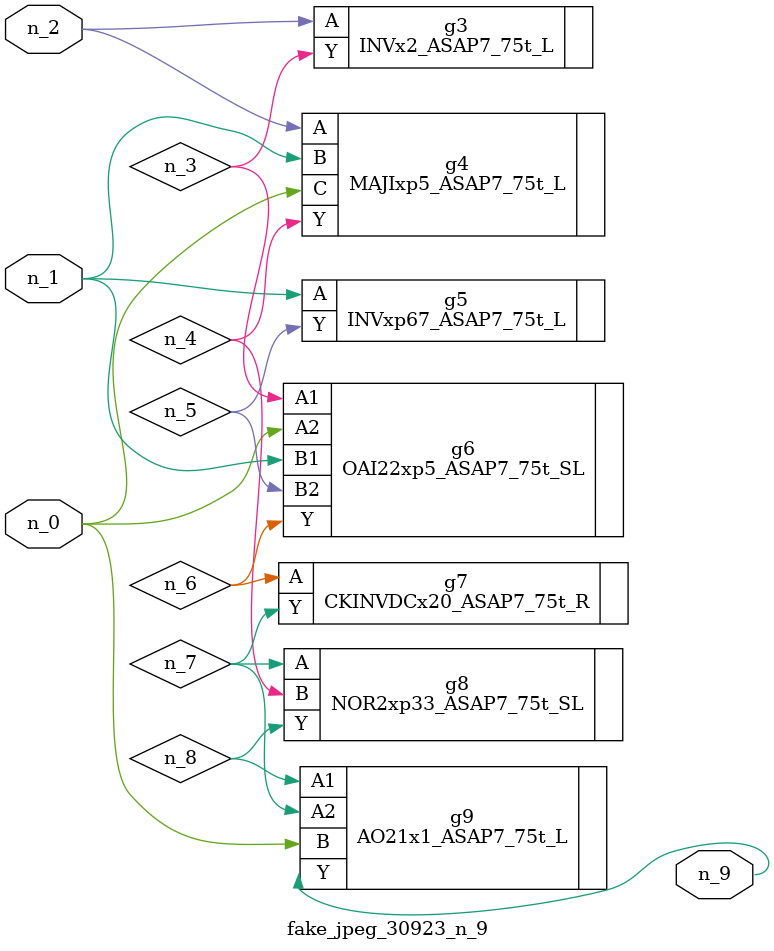
<source format=v>
module fake_jpeg_30923_n_9 (n_0, n_2, n_1, n_9);

input n_0;
input n_2;
input n_1;

output n_9;

wire n_3;
wire n_4;
wire n_8;
wire n_6;
wire n_5;
wire n_7;

INVx2_ASAP7_75t_L g3 ( 
.A(n_2),
.Y(n_3)
);

MAJIxp5_ASAP7_75t_L g4 ( 
.A(n_2),
.B(n_1),
.C(n_0),
.Y(n_4)
);

INVxp67_ASAP7_75t_L g5 ( 
.A(n_1),
.Y(n_5)
);

OAI22xp5_ASAP7_75t_SL g6 ( 
.A1(n_3),
.A2(n_0),
.B1(n_1),
.B2(n_5),
.Y(n_6)
);

CKINVDCx20_ASAP7_75t_R g7 ( 
.A(n_6),
.Y(n_7)
);

NOR2xp33_ASAP7_75t_SL g8 ( 
.A(n_7),
.B(n_4),
.Y(n_8)
);

AO21x1_ASAP7_75t_L g9 ( 
.A1(n_8),
.A2(n_7),
.B(n_0),
.Y(n_9)
);


endmodule
</source>
